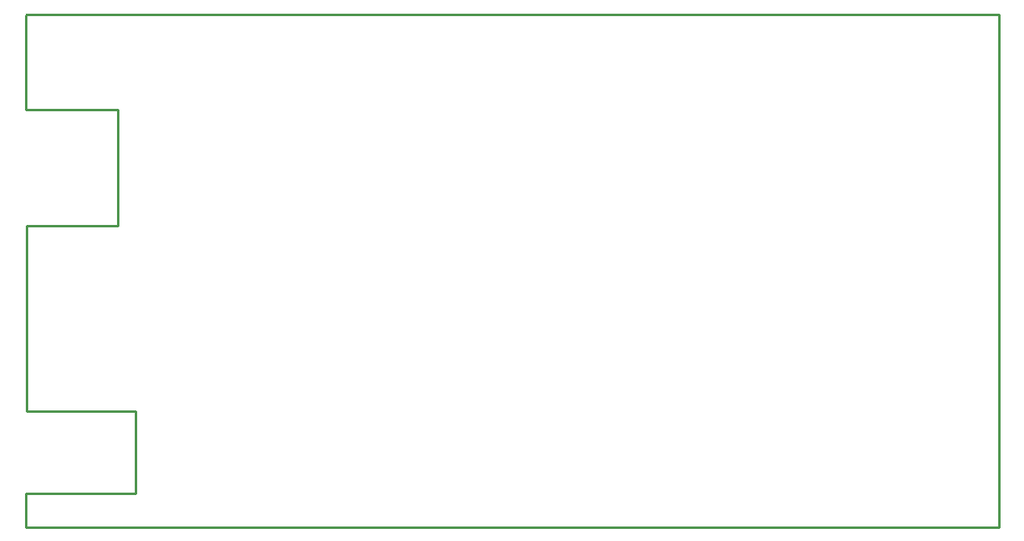
<source format=gko>
G04 Layer: BoardOutlineLayer*
G04 EasyEDA v6.5.22, 2022-12-23 11:11:42*
G04 6bc2ae37271549389f3215a5b1e34c8e,48bb6e63cd8b433992a3f5e94ad137e8,10*
G04 Gerber Generator version 0.2*
G04 Scale: 100 percent, Rotated: No, Reflected: No *
G04 Dimensions in millimeters *
G04 leading zeros omitted , absolute positions ,4 integer and 5 decimal *
%FSLAX45Y45*%
%MOMM*%

%ADD10C,0.2540*%
D10*
X-12700Y25400D02*
G01*
X10185400Y25400D01*
X10185400Y-5359400D01*
X-25400Y-5359400D01*
X-25400Y-5003800D01*
X571500Y-5003800D01*
X1130300Y-5003800D01*
X1130300Y-4572000D01*
X1130300Y-4140200D01*
X571500Y-4140200D01*
X-12700Y-4140200D01*
X-12700Y-2197100D01*
X469900Y-2197100D01*
X939800Y-2197100D01*
X939800Y-1587500D01*
X939800Y-977900D01*
X469900Y-977900D01*
X-25400Y-977900D01*
X-25400Y12700D01*
X-12700Y25400D01*

%LPD*%
M02*

</source>
